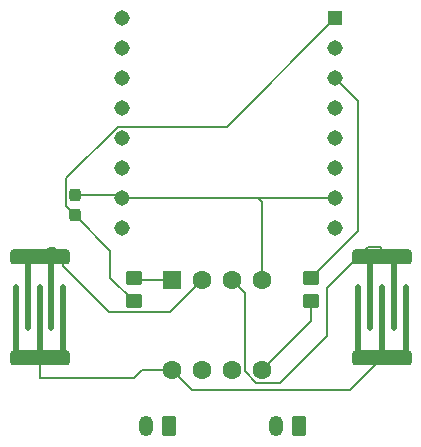
<source format=gtl>
%TF.GenerationSoftware,KiCad,Pcbnew,9.0.2*%
%TF.CreationDate,2025-05-25T16:27:06-07:00*%
%TF.ProjectId,PCB,5043422e-6b69-4636-9164-5f7063625858,rev?*%
%TF.SameCoordinates,Original*%
%TF.FileFunction,Copper,L1,Top*%
%TF.FilePolarity,Positive*%
%FSLAX46Y46*%
G04 Gerber Fmt 4.6, Leading zero omitted, Abs format (unit mm)*
G04 Created by KiCad (PCBNEW 9.0.2) date 2025-05-25 16:27:06*
%MOMM*%
%LPD*%
G01*
G04 APERTURE LIST*
G04 Aperture macros list*
%AMRoundRect*
0 Rectangle with rounded corners*
0 $1 Rounding radius*
0 $2 $3 $4 $5 $6 $7 $8 $9 X,Y pos of 4 corners*
0 Add a 4 corners polygon primitive as box body*
4,1,4,$2,$3,$4,$5,$6,$7,$8,$9,$2,$3,0*
0 Add four circle primitives for the rounded corners*
1,1,$1+$1,$2,$3*
1,1,$1+$1,$4,$5*
1,1,$1+$1,$6,$7*
1,1,$1+$1,$8,$9*
0 Add four rect primitives between the rounded corners*
20,1,$1+$1,$2,$3,$4,$5,0*
20,1,$1+$1,$4,$5,$6,$7,0*
20,1,$1+$1,$6,$7,$8,$9,0*
20,1,$1+$1,$8,$9,$2,$3,0*%
G04 Aperture macros list end*
%TA.AperFunction,EtchedComponent*%
%ADD10C,0.500000*%
%TD*%
%TA.AperFunction,SMDPad,CuDef*%
%ADD11RoundRect,0.190500X-2.309500X-0.444500X2.309500X-0.444500X2.309500X0.444500X-2.309500X0.444500X0*%
%TD*%
%TA.AperFunction,SMDPad,CuDef*%
%ADD12RoundRect,0.250000X0.450000X-0.350000X0.450000X0.350000X-0.450000X0.350000X-0.450000X-0.350000X0*%
%TD*%
%TA.AperFunction,SMDPad,CuDef*%
%ADD13RoundRect,0.237500X-0.237500X0.300000X-0.237500X-0.300000X0.237500X-0.300000X0.237500X0.300000X0*%
%TD*%
%TA.AperFunction,ComponentPad*%
%ADD14R,1.308000X1.308000*%
%TD*%
%TA.AperFunction,ComponentPad*%
%ADD15C,1.308000*%
%TD*%
%TA.AperFunction,ComponentPad*%
%ADD16RoundRect,0.250000X-0.550000X0.550000X-0.550000X-0.550000X0.550000X-0.550000X0.550000X0.550000X0*%
%TD*%
%TA.AperFunction,ComponentPad*%
%ADD17C,1.600000*%
%TD*%
%TA.AperFunction,ComponentPad*%
%ADD18RoundRect,0.250000X0.350000X0.625000X-0.350000X0.625000X-0.350000X-0.625000X0.350000X-0.625000X0*%
%TD*%
%TA.AperFunction,ComponentPad*%
%ADD19O,1.200000X1.750000*%
%TD*%
%TA.AperFunction,Conductor*%
%ADD20C,0.200000*%
%TD*%
G04 APERTURE END LIST*
D10*
%TO.C,SW1*%
X53000000Y-77750000D02*
X53000000Y-71750000D01*
X54000000Y-75250000D02*
X54000000Y-68970934D01*
X55000000Y-77115000D02*
X55000000Y-71750000D01*
X56000000Y-75250000D02*
X56000000Y-69000000D01*
X57000000Y-77750000D02*
X57000000Y-71750000D01*
%TO.C,SW2*%
X82000000Y-77750000D02*
X82000000Y-71750000D01*
X83000000Y-75250000D02*
X83000000Y-68970934D01*
X84000000Y-77115000D02*
X84000000Y-71750000D01*
X85000000Y-75250000D02*
X85000000Y-69000000D01*
X86000000Y-77750000D02*
X86000000Y-71750000D01*
%TD*%
D11*
%TO.P,SW1,1,1*%
%TO.N,Net-(U1-XTAL1{slash}PB3)*%
X55000000Y-69250000D03*
%TO.P,SW1,2,2*%
%TO.N,/VDD*%
X55000000Y-77750000D03*
%TD*%
D12*
%TO.P,R2,1*%
%TO.N,Net-(U1-AREF{slash}PB0)*%
X78000000Y-73000000D03*
%TO.P,R2,2*%
%TO.N,Net-(U2-TX)*%
X78000000Y-71000000D03*
%TD*%
D11*
%TO.P,SW2,1,1*%
%TO.N,Net-(U1-XTAL2{slash}PB4)*%
X84000000Y-69250000D03*
%TO.P,SW2,2,2*%
%TO.N,/VDD*%
X84000000Y-77750000D03*
%TD*%
D13*
%TO.P,C1,1*%
%TO.N,/GND*%
X58000000Y-64000000D03*
%TO.P,C1,2*%
%TO.N,/VDD*%
X58000000Y-65725000D03*
%TD*%
D12*
%TO.P,R1,1*%
%TO.N,/VDD*%
X63000000Y-73000000D03*
%TO.P,R1,2*%
%TO.N,Net-(U1-~{RESET}{slash}PB5)*%
X63000000Y-71000000D03*
%TD*%
D14*
%TO.P,U2,1,VCC*%
%TO.N,/VDD*%
X80034000Y-49000000D03*
D15*
%TO.P,U2,2,RX*%
%TO.N,Net-(U1-PB1)*%
X80034000Y-51540000D03*
%TO.P,U2,3,TX*%
%TO.N,Net-(U2-TX)*%
X80034000Y-54080000D03*
%TO.P,U2,4,DAC_R*%
%TO.N,unconnected-(U2-DAC_R-Pad4)*%
X80034000Y-56620000D03*
%TO.P,U2,5,DAC_L*%
%TO.N,unconnected-(U2-DAC_L-Pad5)*%
X80034000Y-59160000D03*
%TO.P,U2,6,SPK1*%
%TO.N,Net-(SPK1-Pin_1)*%
X80034000Y-61700000D03*
%TO.P,U2,7,GND*%
%TO.N,/GND*%
X80034000Y-64240000D03*
%TO.P,U2,8,SPK2*%
%TO.N,Net-(SPK1-Pin_2)*%
X80034000Y-66780000D03*
%TO.P,U2,9,IO1*%
%TO.N,unconnected-(U2-IO1-Pad9)*%
X62000000Y-66780000D03*
%TO.P,U2,10,GND__1*%
%TO.N,/GND*%
X62000000Y-64240000D03*
%TO.P,U2,11,IO2*%
%TO.N,unconnected-(U2-IO2-Pad11)*%
X62000000Y-61700000D03*
%TO.P,U2,12,ADKEY1*%
%TO.N,unconnected-(U2-ADKEY1-Pad12)*%
X62000000Y-59160000D03*
%TO.P,U2,13,ADKEY2*%
%TO.N,unconnected-(U2-ADKEY2-Pad13)*%
X62000000Y-56620000D03*
%TO.P,U2,14,USB+*%
%TO.N,unconnected-(U2-USB+-Pad14)*%
X62000000Y-54080000D03*
%TO.P,U2,15,USB-*%
%TO.N,unconnected-(U2-USB--Pad15)*%
X62000000Y-51540000D03*
%TO.P,U2,16,BUSY*%
%TO.N,unconnected-(U2-BUSY-Pad16)*%
X62000000Y-49000000D03*
%TD*%
D16*
%TO.P,U1,1,~{RESET}/PB5*%
%TO.N,Net-(U1-~{RESET}{slash}PB5)*%
X66190000Y-71195000D03*
D17*
%TO.P,U1,2,XTAL1/PB3*%
%TO.N,Net-(U1-XTAL1{slash}PB3)*%
X68730000Y-71195000D03*
%TO.P,U1,3,XTAL2/PB4*%
%TO.N,Net-(U1-XTAL2{slash}PB4)*%
X71270000Y-71195000D03*
%TO.P,U1,4,GND*%
%TO.N,/GND*%
X73810000Y-71195000D03*
%TO.P,U1,5,AREF/PB0*%
%TO.N,Net-(U1-AREF{slash}PB0)*%
X73810000Y-78815000D03*
%TO.P,U1,6,PB1*%
%TO.N,Net-(U1-PB1)*%
X71270000Y-78815000D03*
%TO.P,U1,7,PB2*%
%TO.N,unconnected-(U1-PB2-Pad7)*%
X68730000Y-78815000D03*
%TO.P,U1,8,VCC*%
%TO.N,/VDD*%
X66190000Y-78815000D03*
%TD*%
D18*
%TO.P,SPK1,1,Pin_1*%
%TO.N,Net-(SPK1-Pin_1)*%
X77000000Y-83550000D03*
D19*
%TO.P,SPK1,2,Pin_2*%
%TO.N,Net-(SPK1-Pin_2)*%
X75000000Y-83550000D03*
%TD*%
D18*
%TO.P,BAT1,1,Pin_1*%
%TO.N,/VDD*%
X66000000Y-83550000D03*
D19*
%TO.P,BAT1,2,Pin_2*%
%TO.N,/GND*%
X64000000Y-83550000D03*
%TD*%
D20*
%TO.N,/GND*%
X61760000Y-64000000D02*
X62000000Y-64240000D01*
X73810000Y-71195000D02*
X73810000Y-64550000D01*
X62000000Y-64240000D02*
X73500000Y-64240000D01*
X73500000Y-64240000D02*
X80034000Y-64240000D01*
X58000000Y-64000000D02*
X61760000Y-64000000D01*
X73810000Y-64550000D02*
X73500000Y-64240000D01*
%TO.N,/VDD*%
X70829000Y-58205000D02*
X80034000Y-49000000D01*
X57224000Y-64949000D02*
X57224000Y-62585426D01*
X58000000Y-65725000D02*
X61000000Y-68725000D01*
X66190000Y-78815000D02*
X67875000Y-80500000D01*
X67875000Y-80500000D02*
X81250000Y-80500000D01*
X61604426Y-58205000D02*
X70829000Y-58205000D01*
X63685000Y-78815000D02*
X66190000Y-78815000D01*
X81250000Y-80500000D02*
X84000000Y-77750000D01*
X55000000Y-79500000D02*
X63000000Y-79500000D01*
X57224000Y-62585426D02*
X61604426Y-58205000D01*
X63000000Y-79500000D02*
X63685000Y-78815000D01*
X55000000Y-77750000D02*
X55000000Y-79500000D01*
X61000000Y-71000000D02*
X63000000Y-73000000D01*
X61000000Y-68725000D02*
X61000000Y-71000000D01*
X58000000Y-65725000D02*
X57224000Y-64949000D01*
%TO.N,Net-(U1-~{RESET}{slash}PB5)*%
X63695000Y-71195000D02*
X66190000Y-71195000D01*
X63500000Y-71000000D02*
X63695000Y-71195000D01*
X63000000Y-71000000D02*
X63500000Y-71000000D01*
%TO.N,Net-(U1-AREF{slash}PB0)*%
X78000000Y-74625000D02*
X73810000Y-78815000D01*
X78000000Y-73000000D02*
X78000000Y-74625000D01*
%TO.N,Net-(U1-XTAL1{slash}PB3)*%
X57000000Y-69220768D02*
X57000000Y-70000000D01*
X56228232Y-68449000D02*
X57000000Y-69220768D01*
X66024000Y-73901000D02*
X68730000Y-71195000D01*
X55000000Y-69220768D02*
X55771768Y-68449000D01*
X60901000Y-73901000D02*
X66024000Y-73901000D01*
X57000000Y-70000000D02*
X60901000Y-73901000D01*
X55771768Y-68449000D02*
X56228232Y-68449000D01*
X55000000Y-69250000D02*
X55000000Y-69220768D01*
%TO.N,Net-(U1-XTAL2{slash}PB4)*%
X79336844Y-75899000D02*
X79336844Y-71854858D01*
X73353950Y-79916000D02*
X75319844Y-79916000D01*
X71270000Y-71195000D02*
X72371000Y-72296000D01*
X72371000Y-78933050D02*
X73353950Y-79916000D01*
X83804934Y-68419934D02*
X84000000Y-68615000D01*
X72371000Y-72296000D02*
X72371000Y-78933050D01*
X79336844Y-71854858D02*
X82771768Y-68419934D01*
X75319844Y-79916000D02*
X79336844Y-75899000D01*
X82771768Y-68419934D02*
X83804934Y-68419934D01*
X84000000Y-68615000D02*
X84000000Y-69250000D01*
%TO.N,Net-(U2-TX)*%
X78000000Y-71000000D02*
X82000000Y-67000000D01*
X82000000Y-67000000D02*
X82000000Y-56000000D01*
X81954000Y-56000000D02*
X80034000Y-54080000D01*
X82000000Y-56000000D02*
X81954000Y-56000000D01*
%TD*%
M02*

</source>
